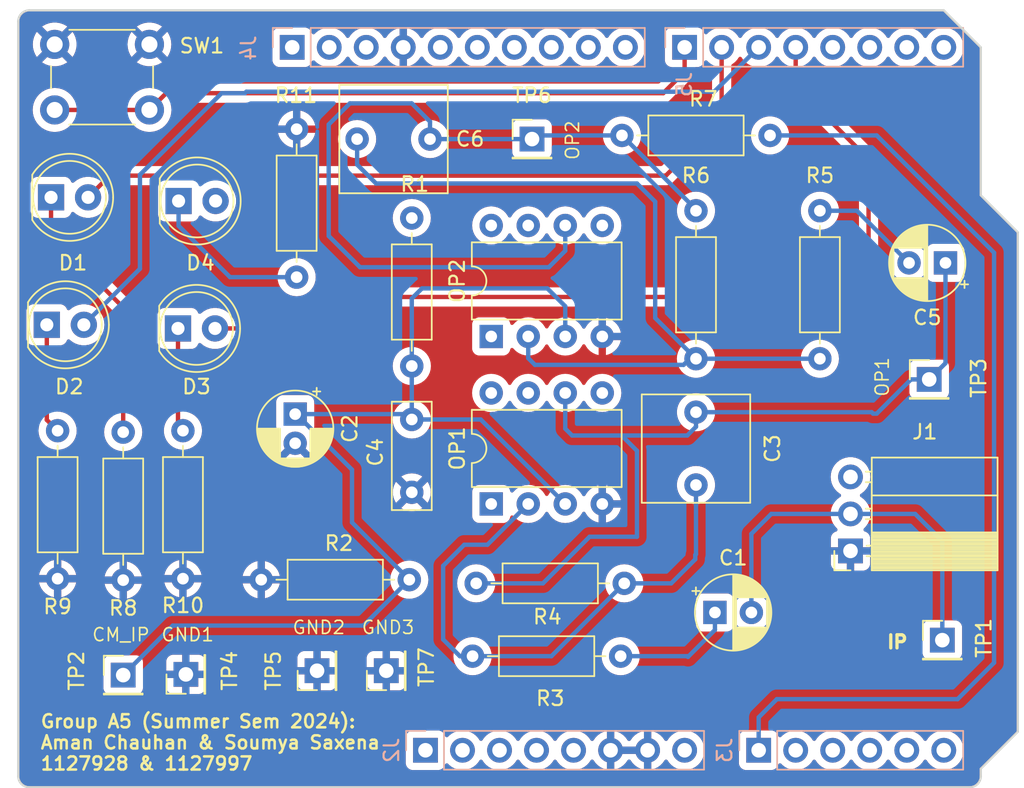
<source format=kicad_pcb>
(kicad_pcb (version 20240108) (generator "pcbnew") (generator_version "8.0")
  (title_block (title "Amplifier : 4th order Bandpass") (date "2024-05-09") (rev "V0.1") (company "Hochschule Darmstadt of Applied Sciences") (comment 1 "Author : Aman Chauhan & Soumya Saxena (Group A: A5)") (comment 2 "Matriculation Number: 1127928 & 1127997"))
  (layers (0 "F.Cu" signal) (1 "In1.Cu" power) (2 "In2.Cu" power) (31 "B.Cu" signal) (34 "B.Paste" user) (35 "F.Paste" user) (36 "B.SilkS" user "B.Silkscreen") (37 "F.SilkS" user "F.Silkscreen") (38 "B.Mask" user) (39 "F.Mask" user) (44 "Edge.Cuts" user))
  (net 0 "")
  (net 1 "VCC")
  (net 2 "Net-(C1-Pad1)")
  (net 3 "Net-(J1-Pin_2)")
  (net 4 "GND")
  (net 5 "Net-(OP1-+)")
  (net 6 "Net-(C3-Pad2)")
  (net 7 "Net-(OP1--)")
  (net 8 "Net-(C5-Pad2)")
  (net 9 "Net-(OP2--)")
  (net 10 "Net-(C6-Pad2)")
  (net 11 "Net-(D1-K)")
  (net 12 "LED_Red")
  (net 13 "Net-(D2-K)")
  (net 14 "LED_Orange")
  (net 15 "LED_Green")
  (net 16 "Net-(D3-K)")
  (net 17 "Net-(D4-K)")
  (net 28 "/Vout")
  (net 39 "Push_Button")
  (footprint "Resistor_THT:R_Axial_DIN0207_L6.3mm_D2.5mm_P10.16mm_Horizontal" (layer "F.Cu") (at 141.33 91 180)
    (property "Reference" "R3" (at 4.83 -2.9 0) (layer "F.SilkS"))
    (property "Value" "2.2k")
    (pad "1" thru_hole circle (at 0 0 180) (size 1.6 1.6) (drill 0.8) (layers "*.Cu" "*.Mask") (net 2 "Net-(C1-Pad1)"))
    (pad "2" thru_hole oval (at 10.16 0 180) (size 1.6 1.6) (drill 0.8) (layers "*.Cu" "*.Mask") (net 7 "Net-(OP1--)"))
  )
  (footprint "Connector_PinHeader_2.54mm:PinHeader_1x01_P2.54mm_Vertical" (layer "F.Cu") (at 107.2 92.3)
    (property "Reference" "TP2" (at -3.2 -0.3 -90) (layer "F.SilkS"))
    (property "Value" "Amp1_Input1")
    (pad "1" thru_hole rect (at 0 0) (size 1.7 1.7) (drill 1) (layers "*.Cu" "*.Mask") (net 5 "Net-(OP1-+)"))
  )
  (footprint "Resistor_THT:R_Axial_DIN0207_L6.3mm_D2.5mm_P10.16mm_Horizontal" (layer "F.Cu") (at 155 60.42 -90)
    (property "Reference" "R5" (at -2.42 0 180) (layer "F.SilkS"))
    (property "Value" "33.33k")
    (pad "1" thru_hole circle (at 0 0 270) (size 1.6 1.6) (drill 0.8) (layers "*.Cu" "*.Mask") (net 8 "Net-(C5-Pad2)"))
    (pad "2" thru_hole oval (at 10.16 0 270) (size 1.6 1.6) (drill 0.8) (layers "*.Cu" "*.Mask") (net 9 "Net-(OP2--)"))
  )
  (footprint "Connector_PinHeader_2.54mm:PinHeader_1x01_P2.54mm_Vertical" (layer "F.Cu") (at 135.25 55.5)
    (property "Reference" "TP6" (at 0 -3 0) (layer "F.SilkS"))
    (property "Value" "OP_2")
    (pad "1" thru_hole rect (at 0 0) (size 1.7 1.7) (drill 1) (layers "*.Cu" "*.Mask") (net 10 "Net-(C6-Pad2)"))
  )
  (footprint "Connector_PinHeader_2.54mm:PinHeader_1x01_P2.54mm_Vertical" (layer "F.Cu") (at 162.5 72)
    (property "Reference" "TP3" (at 3.4 -0.1 -90) (layer "F.SilkS"))
    (property "Value" "Amp1_Output")
    (pad "1" thru_hole rect (at 0 0) (size 1.7 1.7) (drill 1) (layers "*.Cu" "*.Mask") (net 6 "Net-(C3-Pad2)"))
  )
  (footprint "Resistor_THT:R_Axial_DIN0207_L6.3mm_D2.5mm_P10.16mm_Horizontal" (layer "F.Cu") (at 146.5 70.58 90)
    (property "Reference" "R6" (at 12.58 0 0) (layer "F.SilkS"))
    (property "Value" "100K")
    (pad "1" thru_hole circle (at 0 0 90) (size 1.6 1.6) (drill 0.8) (layers "*.Cu" "*.Mask") (net 9 "Net-(OP2--)"))
    (pad "2" thru_hole oval (at 10.16 0 90) (size 1.6 1.6) (drill 0.8) (layers "*.Cu" "*.Mask") (net 10 "Net-(C6-Pad2)"))
  )
  (footprint "LED_THT:LED_D5.0mm" (layer "F.Cu") (at 110.96 68.5)
    (property "Reference" "D3" (at 1.27 4 0) (layer "F.SilkS"))
    (property "Value" "Green_LED")
    (pad "1" thru_hole rect (at 0 0) (size 1.8 1.8) (drill 0.9) (layers "*.Cu" "*.Mask") (net 16 "Net-(D3-K)"))
    (pad "2" thru_hole circle (at 2.54 0) (size 1.8 1.8) (drill 0.9) (layers "*.Cu" "*.Mask") (net 15 "LED_Green"))
  )
  (footprint "Capacitor_THT:C_Rect_L7.2mm_W7.2mm_P5.00mm_FKS2_FKP2_MKS2_MKP2" (layer "F.Cu") (at 146.5 79.25 90)
    (property "Reference" "C3" (at 2.5 5.25 -90) (layer "F.SilkS"))
    (property "Value" "1.5n")
    (pad "1" thru_hole circle (at 0 0 90) (size 1.6 1.6) (drill 0.8) (layers "*.Cu" "*.Mask") (net 7 "Net-(OP1--)"))
    (pad "2" thru_hole circle (at 5 0 90) (size 1.6 1.6) (drill 0.8) (layers "*.Cu" "*.Mask") (net 6 "Net-(C3-Pad2)"))
  )
  (footprint "Capacitor_THT:CP_Radial_D5.0mm_P2.50mm" (layer "F.Cu") (at 147.8 88)
    (property "Reference" "C1" (at 1.25 -3.75 0) (layer "F.SilkS"))
    (property "Value" "4.7u")
    (pad "1" thru_hole rect (at 0 0) (size 1.6 1.6) (drill 0.8) (layers "*.Cu" "*.Mask") (net 2 "Net-(C1-Pad1)"))
    (pad "2" thru_hole circle (at 2.5 0) (size 1.6 1.6) (drill 0.8) (layers "*.Cu" "*.Mask") (net 3 "Net-(J1-Pin_2)"))
  )
  (footprint "Package_DIP:DIP-8_W7.62mm" (layer "F.Cu") (at 132.45 69.05 90)
    (property "Reference" "OP2" (at 3.81 -2.33 -90) (layer "F.SilkS"))
    (property "Value" "OPA340P")
    (pad "1" thru_hole rect (at 0 0 90) (size 1.6 1.6) (drill 0.8) (layers "*.Cu" "*.Mask"))
    (pad "2" thru_hole oval (at 0 2.54 90) (size 1.6 1.6) (drill 0.8) (layers "*.Cu" "*.Mask") (net 9 "Net-(OP2--)"))
    (pad "3" thru_hole oval (at 0 5.08 90) (size 1.6 1.6) (drill 0.8) (layers "*.Cu" "*.Mask") (net 5 "Net-(OP1-+)"))
    (pad "4" thru_hole oval (at 0 7.62 90) (size 1.6 1.6) (drill 0.8) (layers "*.Cu" "*.Mask") (net 4 "GND"))
    (pad "5" thru_hole oval (at 7.62 7.62 90) (size 1.6 1.6) (drill 0.8) (layers "*.Cu" "*.Mask"))
    (pad "6" thru_hole oval (at 7.62 5.08 90) (size 1.6 1.6) (drill 0.8) (layers "*.Cu" "*.Mask") (net 10 "Net-(C6-Pad2)"))
    (pad "7" thru_hole oval (at 7.62 2.54 90) (size 1.6 1.6) (drill 0.8) (layers "*.Cu" "*.Mask") (net 1 "VCC"))
    (pad "8" thru_hole oval (at 7.62 0 90) (size 1.6 1.6) (drill 0.8) (layers "*.Cu" "*.Mask"))
  )
  (footprint "Capacitor_THT:CP_Radial_D5.0mm_P2.50mm" (layer "F.Cu") (at 163.617677 64 180)
    (property "Reference" "C5" (at 1.25 -3.75 180) (layer "F.SilkS"))
    (property "Value" "4.7u")
    (pad "1" thru_hole rect (at 0 0 180) (size 1.6 1.6) (drill 0.8) (layers "*.Cu" "*.Mask") (net 6 "Net-(C3-Pad2)"))
    (pad "2" thru_hole circle (at 2.5 0 180) (size 1.6 1.6) (drill 0.8) (layers "*.Cu" "*.Mask") (net 8 "Net-(C5-Pad2)"))
  )
  (footprint "Package_DIP:DIP-8_W7.62mm" (layer "F.Cu") (at 132.45 80.55 90)
    (property "Reference" "OP1" (at 3.81 -2.33 -90) (layer "F.SilkS"))
    (property "Value" "OPA340P")
    (pad "1" thru_hole rect (at 0 0 90) (size 1.6 1.6) (drill 0.8) (layers "*.Cu" "*.Mask"))
    (pad "2" thru_hole oval (at 0 2.54 90) (size 1.6 1.6) (drill 0.8) (layers "*.Cu" "*.Mask") (net 7 "Net-(OP1--)"))
    (pad "3" thru_hole oval (at 0 5.08 90) (size 1.6 1.6) (drill 0.8) (layers "*.Cu" "*.Mask") (net 5 "Net-(OP1-+)"))
    (pad "4" thru_hole oval (at 0 7.62 90) (size 1.6 1.6) (drill 0.8) (layers "*.Cu" "*.Mask") (net 4 "GND"))
    (pad "5" thru_hole oval (at 7.62 7.62 90) (size 1.6 1.6) (drill 0.8) (layers "*.Cu" "*.Mask"))
    (pad "6" thru_hole oval (at 7.62 5.08 90) (size 1.6 1.6) (drill 0.8) (layers "*.Cu" "*.Mask") (net 6 "Net-(C3-Pad2)"))
    (pad "7" thru_hole oval (at 7.62 2.54 90) (size 1.6 1.6) (drill 0.8) (layers "*.Cu" "*.Mask") (net 1 "VCC"))
    (pad "8" thru_hole oval (at 7.62 0 90) (size 1.6 1.6) (drill 0.8) (layers "*.Cu" "*.Mask"))
  )
  (footprint "Resistor_THT:R_Axial_DIN0207_L6.3mm_D2.5mm_P10.16mm_Horizontal" (layer "F.Cu") (at 141.58 86 180)
    (property "Reference" "R4" (at 5.28 -2.3 0) (layer "F.SilkS"))
    (property "Value" "220K")
    (pad "1" thru_hole circle (at 0 0 180) (size 1.6 1.6) (drill 0.8) (layers "*.Cu" "*.Mask") (net 7 "Net-(OP1--)"))
    (pad "2" thru_hole oval (at 10.16 0 180) (size 1.6 1.6) (drill 0.8) (layers "*.Cu" "*.Mask") (net 6 "Net-(C3-Pad2)"))
  )
  (footprint "Capacitor_THT:C_Rect_L7.2mm_W2.5mm_P5.00mm_FKS2_FKP2_MKS2_MKP2" (layer "F.Cu") (at 127 74.75 -90)
    (property "Reference" "C4" (at 2.25 2.5 -90) (layer "F.SilkS"))
    (property "Value" "100n")
    (pad "1" thru_hole circle (at 0 0 270) (size 1.6 1.6) (drill 0.8) (layers "*.Cu" "*.Mask") (net 5 "Net-(OP1-+)"))
    (pad "2" thru_hole circle (at 5 0 270) (size 1.6 1.6) (drill 0.8) (layers "*.Cu" "*.Mask") (net 4 "GND"))
  )
  (footprint "Connector_PinHeader_2.54mm:PinHeader_1x01_P2.54mm_Vertical" (layer "F.Cu") (at 163.4 89.9)
    (property "Reference" "TP1" (at 2.85 -0.15 90) (layer "F.SilkS"))
    (property "Value" "Amp1_Input2")
    (pad "1" thru_hole rect (at 0 0) (size 1.7 1.7) (drill 1) (layers "*.Cu" "*.Mask") (net 3 "Net-(J1-Pin_2)"))
  )
  (footprint "Resistor_THT:R_Axial_DIN0207_L6.3mm_D2.5mm_P10.16mm_Horizontal" (layer "F.Cu") (at 119.1 64.98 90)
    (property "Reference" "R11" (at 12.48 -0.05 0) (layer "F.SilkS"))
    (property "Value" "1k")
    (pad "1" thru_hole circle (at 0 0 90) (size 1.6 1.6) (drill 0.8) (layers "*.Cu" "*.Mask") (net 17 "Net-(D4-K)"))
    (pad "2" thru_hole oval (at 10.16 0 90) (size 1.6 1.6) (drill 0.8) (layers "*.Cu" "*.Mask") (net 4 "GND"))
  )
  (footprint "LED_THT:LED_D5.0mm" (layer "F.Cu") (at 101.96 68.25)
    (property "Reference" "D2" (at 1.54 4.25 0) (layer "F.SilkS"))
    (property "Value" "Orange_LED")
    (pad "1" thru_hole rect (at 0 0) (size 1.8 1.8) (drill 0.9) (layers "*.Cu" "*.Mask") (net 13 "Net-(D2-K)"))
    (pad "2" thru_hole circle (at 2.54 0) (size 1.8 1.8) (drill 0.9) (layers "*.Cu" "*.Mask") (net 14 "LED_Orange"))
  )
  (footprint "Connector_PinHeader_2.54mm:PinHeader_1x01_P2.54mm_Vertical" (layer "F.Cu") (at 120.5 92 90)
    (property "Reference" "TP5" (at 0 -3 90) (layer "F.SilkS"))
    (property "Value" "Gnd_Testpoint2")
    (pad "1" thru_hole rect (at 0 0 90) (size 1.7 1.7) (drill 1) (layers "*.Cu" "*.Mask") (net 4 "GND"))
  )
  (footprint "Resistor_THT:R_Axial_DIN0207_L6.3mm_D2.5mm_P10.16mm_Horizontal" (layer "F.Cu") (at 126.83 85.75 180)
    (property "Reference" "R2" (at 4.83 2.5 180) (layer "F.SilkS"))
    (property "Value" "10k")
    (pad "1" thru_hole circle (at 0 0 180) (size 1.6 1.6) (drill 0.8) (layers "*.Cu" "*.Mask") (net 5 "Net-(OP1-+)"))
    (pad "2" thru_hole oval (at 10.16 0 180) (size 1.6 1.6) (drill 0.8) (layers "*.Cu" "*.Mask") (net 4 "GND"))
  )
  (footprint "Capacitor_THT:CP_Radial_D5.0mm_P2.00mm" (layer "F.Cu") (at 119 74.382323 -90)
    (property "Reference" "C2" (at 1 -3.75 90) (layer "F.SilkS"))
    (property "Value" "22u")
    (pad "1" thru_hole rect (at 0 0 270) (size 1.6 1.6) (drill 0.8) (layers "*.Cu" "*.Mask") (net 5 "Net-(OP1-+)"))
    (pad "2" thru_hole circle (at 2 0 270) (size 1.6 1.6) (drill 0.8) (layers "*.Cu" "*.Mask") (net 4 "GND"))
  )
  (footprint "Resistor_THT:R_Axial_DIN0207_L6.3mm_D2.5mm_P10.16mm_Horizontal" (layer "F.Cu") (at 102.7 75.52 -90)
    (property "Reference" "R9" (at 12.08 0 180) (layer "F.SilkS"))
    (property "Value" "1k")
    (pad "1" thru_hole circle (at 0 0 270) (size 1.6 1.6) (drill 0.8) (layers "*.Cu" "*.Mask") (net 13 "Net-(D2-K)"))
    (pad "2" thru_hole oval (at 10.16 0 270) (size 1.6 1.6) (drill 0.8) (layers "*.Cu" "*.Mask") (net 4 "GND"))
  )
  (footprint "Connector_PinHeader_2.54mm:PinHeader_1x01_P2.54mm_Vertical" (layer "F.Cu") (at 125.25 92 90)
    (property "Reference" "TP7" (at 0.25 2.75 90) (layer "F.SilkS"))
    (property "Value" "Gnd_Testpoint3")
    (pad "1" thru_hole rect (at 0 0 90) (size 1.7 1.7) (drill 1) (layers "*.Cu" "*.Mask") (net 4 "GND"))
  )
  (footprint "LED_THT:LED_D5.0mm" (layer "F.Cu") (at 111 59.75)
    (property "Reference" "D4" (at 1.5 4.25 0) (layer "F.SilkS"))
    (property "Value" "Power_Red_LED")
    (pad "1" thru_hole rect (at 0 0) (size 1.8 1.8) (drill 0.9) (layers "*.Cu" "*.Mask") (net 17 "Net-(D4-K)"))
    (pad "2" thru_hole circle (at 2.54 0) (size 1.8 1.8) (drill 0.9) (layers "*.Cu" "*.Mask") (net 1 "VCC"))
  )
  (footprint "Button_Switch_THT:SW_PUSH_6mm" (layer "F.Cu") (at 109 53.5 180)
    (property "Reference" "SW1" (at -3.6 4.4 0) (layer "F.SilkS"))
    (property "Value" "SW_Push")
    (pad "1" thru_hole circle (at 0 0 270) (size 2 2) (drill 1.1) (layers "*.Cu" "*.Mask") (net 39 "Push_Button"))
    (pad "1" thru_hole circle (at 6.5 0 270) (size 2 2) (drill 1.1) (layers "*.Cu" "*.Mask") (net 39 "Push_Button"))
    (pad "2" thru_hole circle (at 0 4.5 270) (size 2 2) (drill 1.1) (layers "*.Cu" "*.Mask") (net 4 "GND"))
    (pad "2" thru_hole circle (at 6.5 4.5 270) (size 2 2) (drill 1.1) (layers "*.Cu" "*.Mask") (net 4 "GND"))
  )
  (footprint "LED_THT:LED_D5.0mm" (layer "F.Cu") (at 102.25 59.5)
    (property "Reference" "D1" (at 1.5 4.5 0) (layer "F.SilkS"))
    (property "Value" "Red_LED")
    (pad "1" thru_hole rect (at 0 0) (size 1.8 1.8) (drill 0.9) (layers "*.Cu" "*.Mask") (net 11 "Net-(D1-K)"))
    (pad "2" thru_hole circle (at 2.54 0) (size 1.8 1.8) (drill 0.9) (layers "*.Cu" "*.Mask") (net 12 "LED_Red"))
  )
  (footprint "Resistor_THT:R_Axial_DIN0207_L6.3mm_D2.5mm_P10.16mm_Horizontal" (layer "F.Cu") (at 111.3 75.52 -90)
    (property "Reference" "R10" (at 12 0 180) (layer "F.SilkS"))
    (property "Value" "1k")
    (pad "1" thru_hole circle (at 0 0 270) (size 1.6 1.6) (drill 0.8) (layers "*.Cu" "*.Mask") (net 16 "Net-(D3-K)"))
    (pad "2" thru_hole oval (at 10.16 0 270) (size 1.6 1.6) (drill 0.8) (layers "*.Cu" "*.Mask") (net 4 "GND"))
  )
  (footprint "Resistor_THT:R_Axial_DIN0207_L6.3mm_D2.5mm_P10.16mm_Horizontal" (layer "F.Cu") (at 107.2 75.62 -90)
    (property "Reference" "R8" (at 12.08 0 180) (layer "F.SilkS"))
    (property "Value" "1k")
    (pad "1" thru_hole circle (at 0 0 270) (size 1.6 1.6) (drill 0.8) (layers "*.Cu" "*.Mask") (net 11 "Net-(D1-K)"))
    (pad "2" thru_hole oval (at 10.16 0 270) (size 1.6 1.6) (drill 0.8) (layers "*.Cu" "*.Mask") (net 4 "GND"))
  )
  (footprint "Resistor_THT:R_Axial_DIN0207_L6.3mm_D2.5mm_P10.16mm_Horizontal" (layer "F.Cu") (at 127 60.92 -90)
    (property "Reference" "R1" (at -2.32 -0.2 180) (layer "F.SilkS"))
    (property "Value" "10k")
    (pad "1" thru_hole circle (at 0 0 270) (size 1.6 1.6) (drill 0.8) (layers "*.Cu" "*.Mask") (net 1 "VCC"))
    (pad "2" thru_hole oval (at 10.16 0 270) (size 1.6 1.6) (drill 0.8) (layers "*.Cu" "*.Mask") (net 5 "Net-(OP1-+)"))
  )
  (footprint "Resistor_THT:R_Axial_DIN0207_L6.3mm_D2.5mm_P10.16mm_Horizontal" (layer "F.Cu") (at 141.42 55.25)
    (property "Reference" "R7" (at 5.58 -2.5 0) (layer "F.SilkS"))
    (property "Value" "100")
    (pad "1" thru_hole circle (at 0 0) (size 1.6 1.6) (drill 0.8) (layers "*.Cu" "*.Mask") (net 10 "Net-(C6-Pad2)"))
    (pad "2" thru_hole oval (at 10.16 0) (size 1.6 1.6) (drill 0.8) (layers "*.Cu" "*.Mask") (net 28 "/Vout"))
  )
  (footprint "Capacitor_THT:C_Rect_L7.2mm_W7.2mm_P5.00mm_FKS2_FKP2_MKS2_MKP2" (layer "F.Cu") (at 123.25 55.5)
    (property "Reference" "C6" (at 7.75 0 0) (layer "F.SilkS"))
    (property "Value" "3.3n")
    (pad "1" thru_hole circle (at 0 0) (size 1.6 1.6) (drill 0.8) (layers "*.Cu" "*.Mask") (net 9 "Net-(OP2--)"))
    (pad "2" thru_hole circle (at 5 0) (size 1.6 1.6) (drill 0.8) (layers "*.Cu" "*.Mask") (net 10 "Net-(C6-Pad2)"))
  )
  (footprint "Connector_PinSocket_2.54mm:PinSocket_1x03_P2.54mm_Horizontal" (layer "F.Cu") (at 157.1 83.775 180)
    (property "Reference" "J1" (at -5.1 8.175 180) (layer "F.SilkS"))
    (property "Value" "Conn_01x03_Socket")
    (pad "1" thru_hole rect (at 0 0 180) (size 1.7 1.7) (drill 1) (layers "*.Cu" "*.Mask") (net 4 "GND"))
    (pad "2" thru_hole oval (at 0 2.54 180) (size 1.7 1.7) (drill 1) (layers "*.Cu" "*.Mask") (net 3 "Net-(J1-Pin_2)"))
    (pad "3" thru_hole oval (at 0 5.08 180) (size 1.7 1.7) (drill 1) (layers "*.Cu" "*.Mask") (net 1 "VCC"))
  )
  (footprint "Connector_PinHeader_2.54mm:PinHeader_1x01_P2.54mm_Vertical" (layer "F.Cu") (at 111.5 92.25 90)
    (property "Reference" "TP4" (at 0.25 3 90) (layer "F.SilkS"))
    (property "Value" "Gnd_Testpoint1")
    (pad "1" thru_hole rect (at 0 0 90) (size 1.7 1.7) (drill 1) (layers "*.Cu" "*.Mask") (net 4 "GND"))
  )
  (footprint "Connector_PinHeader_2.54mm:PinHeader_1x08_P2.54mm_Vertical" (layer "B.Cu") (at 127.94 97.46 -90)
    (property "Reference" "J2" (at 0 2.33 90) (layer "B.SilkS") (effects (justify mirror)))
    (property "Value" "Power" (hide yes))
    (pad "1" thru_hole rect (at 0 0 270) (size 1.7 1.7) (drill 1) (layers "*.Cu" "*.Mask"))
    (pad "2" thru_hole oval (at 0 -2.54 270) (size 1.7 1.7) (drill 1) (layers "*.Cu" "*.Mask"))
    (pad "3" thru_hole oval (at 0 -5.08 270) (size 1.7 1.7) (drill 1) (layers "*.Cu" "*.Mask"))
    (pad "4" thru_hole oval (at 0 -7.62 270) (size 1.7 1.7) (drill 1) (layers "*.Cu" "*.Mask"))
    (pad "5" thru_hole oval (at 0 -10.16 270) (size 1.7 1.7) (drill 1) (layers "*.Cu" "*.Mask") (net 1 "VCC"))
    (pad "6" thru_hole oval (at 0 -12.7 270) (size 1.7 1.7) (drill 1) (layers "*.Cu" "*.Mask") (net 4 "GND"))
    (pad "7" thru_hole oval (at 0 -15.24 270) (size 1.7 1.7) (drill 1) (layers "*.Cu" "*.Mask") (net 4 "GND"))
    (pad "8" thru_hole oval (at 0 -17.78 270) (size 1.7 1.7) (drill 1) (layers "*.Cu" "*.Mask"))
  )
  (footprint "Connector_PinHeader_2.54mm:PinHeader_1x06_P2.54mm_Vertical" (layer "B.Cu") (at 150.8 97.46 -90)
    (property "Reference" "J3" (at 0 2.33 90) (layer "B.SilkS") (effects (justify mirror)))
    (property "Value" "Analog" (hide yes))
    (pad "1" thru_hole rect (at 0 0 270) (size 1.7 1.7) (drill 1) (layers "*.Cu" "*.Mask") (net 28 "/Vout"))
    (pad "2" thru_hole oval (at 0 -2.54 270) (size 1.7 1.7) (drill 1) (layers "*.Cu" "*.Mask"))
    (pad "3" thru_hole oval (at 0 -5.08 270) (size 1.7 1.7) (drill 1) (layers "*.Cu" "*.Mask"))
    (pad "4" thru_hole oval (at 0 -7.62 270) (size 1.7 1.7) (drill 1) (layers "*.Cu" "*.Mask"))
    (pad "5" thru_hole oval (at 0 -10.16 270) (size 1.7 1.7) (drill 1) (layers "*.Cu" "*.Mask"))
    (pad "6" thru_hole oval (at 0 -12.7 270) (size 1.7 1.7) (drill 1) (layers "*.Cu" "*.Mask"))
  )
  (footprint "Connector_PinHeader_2.54mm:PinHeader_1x10_P2.54mm_Vertical" (layer "B.Cu") (at 118.796 49.2 -90)
    (property "Reference" "J4" (at 0.05 2.996 90) (layer "B.SilkS") (effects (justify mirror)))
    (property "Value" "Digital/PWM" (hide yes))
    (pad "1" thru_hole rect (at 0 0 270) (size 1.7 1.7) (drill 1) (layers "*.Cu" "*.Mask"))
    (pad "2" thru_hole oval (at 0 -2.54 270) (size 1.7 1.7) (drill 1) (layers "*.Cu" "*.Mask"))
    (pad "3" thru_hole oval (at 0 -5.08 270) (size 1.7 1.7) (drill 1) (layers "*.Cu" "*.Mask"))
    (pad "4" thru_hole oval (at 0 -7.62 270) (size 1.7 1.7) (drill 1) (layers "*.Cu" "*.Mask") (net 4 "GND"))
    (pad "5" thru_hole oval (at 0 -10.16 270) (size 1.7 1.7) (drill 1) (layers "*.Cu" "*.Mask"))
    (pad "6" thru_hole oval (at 0 -12.7 270) (size 1.7 1.7) (drill 1) (layers "*.Cu" "*.Mask"))
    (pad "7" thru_hole oval (at 0 -15.24 270) (size 1.7 1.7) (drill 1) (layers "*.Cu" "*.Mask"))
    (pad "8" thru_hole oval (at 0 -17.78 270) (size 1.7 1.7) (drill 1) (layers "*.Cu" "*.Mask"))
    (pad "9" thru_hole oval (at 0 -20.32 270) (size 1.7 1.7) (drill 1) (layers "*.Cu" "*.Mask"))
    (pad "10" thru_hole oval (at 0 -22.86 270) (size 1.7 1.7) (drill 1) (layers "*.Cu" "*.Mask"))
  )
  (footprint "Connector_PinHeader_2.54mm:PinHeader_1x08_P2.54mm_Vertical" (layer "B.Cu") (at 145.72 49.2 -90)
    (property "Reference" "J5" (at 2.55 0.02 90) (layer "B.SilkS") (effects (justify mirror)))
    (property "Value" "Digital/PWM" (hide yes))
    (pad "1" thru_hole rect (at 0 0 270) (size 1.7 1.7) (drill 1) (layers "*.Cu" "*.Mask") (net 39 "Push_Button"))
    (pad "2" thru_hole oval (at 0 -2.54 270) (size 1.7 1.7) (drill 1) (layers "*.Cu" "*.Mask") (net 12 "LED_Red"))
    (pad "3" thru_hole oval (at 0 -5.08 270) (size 1.7 1.7) (drill 1) (layers "*.Cu" "*.Mask") (net 14 "LED_Orange"))
    (pad "4" thru_hole oval (at 0 -7.62 270) (size 1.7 1.7) (drill 1) (layers "*.Cu" "*.Mask") (net 15 "LED_Green"))
    (pad "5" thru_hole oval (at 0 -10.16 270) (size 1.7 1.7) (drill 1) (layers "*.Cu" "*.Mask"))
    (pad "6" thru_hole oval (at 0 -12.7 270) (size 1.7 1.7) (drill 1) (layers "*.Cu" "*.Mask"))
    (pad "7" thru_hole oval (at 0 -15.24 270) (size 1.7 1.7) (drill 1) (layers "*.Cu" "*.Mask"))
    (pad "8" thru_hole oval (at 0 -17.78 270) (size 1.7 1.7) (drill 1) (layers "*.Cu" "*.Mask"))
  )
  (gr_line (start 166.04 59.36) (end 168.58 61.9) (stroke (width 0.15)) (layer "Edge.Cuts"))
  (gr_line (start 100 99.238) (end 100 47.422) (stroke (width 0.15)) (layer "Edge.Cuts"))
  (gr_line (start 168.58 61.9) (end 168.58 96.19) (stroke (width 0.15)) (layer "Edge.Cuts"))
  (gr_line (start 165.278 100) (end 100.762 100) (stroke (width 0.15)) (layer "Edge.Cuts"))
  (gr_line (start 100.762 46.66) (end 163.5 46.66) (stroke (width 0.15)) (layer "Edge.Cuts"))
  (gr_arc (start 100.762 100) (mid 100.223185 99.776815) (end 100 99.238) (stroke (width 0.15)) (layer "Edge.Cuts"))
  (gr_line (start 168.58 96.19) (end 166.04 98.73) (stroke (width 0.15)) (layer "Edge.Cuts"))
  (gr_line (start 163.5 46.66) (end 166.04 49.2) (stroke (width 0.15)) (layer "Edge.Cuts"))
  (gr_arc (start 166.04 99.238) (mid 165.816815 99.776815) (end 165.278 100) (stroke (width 0.15)) (layer "Edge.Cuts"))
  (gr_line (start 166.04 49.2) (end 166.04 59.36) (stroke (width 0.15)) (layer "Edge.Cuts"))
  (gr_line (start 166.04 98.73) (end 166.04 99.238) (stroke (width 0.15)) (layer "Edge.Cuts"))
  (gr_arc (start 100 47.422) (mid 100.223185 46.883185) (end 100.762 46.66) (stroke (width 0.15)) (layer "Edge.Cuts"))
  (gr_text "GND2" (at 118.75 88.5 0) (layer "F.SilkS") (effects (font (size 0.9 0.9) (thickness 0.1125)) (justify left top)))
  (gr_text "GND1" (at 109.75 89 0) (layer "F.SilkS") (effects (font (size 0.9 0.9) (thickness 0.1125)) (justify left top)))
  (gr_text "OP1" (at 158.75 73.25 90) (layer "F.SilkS") (effects (font (size 0.9 0.9) (thickness 0.1125)) (justify left top)))
  (gr_text "GND3" (at 123.5 88.5 0) (layer "F.SilkS") (effects (font (size 0.9 0.9) (thickness 0.1125)) (justify left top)))
  (gr_text "CM_IP" (at 105 89 0) (layer "F.SilkS") (effects (font (size 0.9 0.9) (thickness 0.1125)) (justify left top)))
  (gr_text "IP" (at 159.5 89.5 0) (layer "F.SilkS") (effects (font (size 0.9 0.9) (thickness 0.225) (bold yes)) (justify left top)))
  (gr_text "OP2" (at 137.5 57 90) (layer "F.SilkS") (effects (font (size 0.9 0.9) (thickness 0.1125)) (justify left top)))
  (gr_text "Group A5 (Summer Sem 2024):\nAman Chauhan & Soumya Saxena \n1127928 & 1127997" (at 101.45 94.95 0) (layer "F.SilkS") (effects (font (size 0.9 0.9) (thickness 0.175) (bold yes)) (justify left top)))
  (segment (start 147.8 89.2) (end 145.95 91.05) (width 0.3) (layer "B.Cu") (net 2))
  (segment (start 145.95 91.05) (end 145.9 91) (width 0.3) (layer "B.Cu") (net 2))
  (segment (start 147.8 88) (end 147.8 89.2) (width 0.3) (layer "B.Cu") (net 2))
  (segment (start 145.9 91) (end 141.33 91) (width 0.3) (layer "B.Cu") (net 2))
  (segment (start 161.535 81.235) (end 163.4 83.1) (width 0.3) (layer "B.Cu") (net 3))
  (segment (start 157.1 81.235) (end 151.665 81.235) (width 0.3) (layer "B.Cu") (net 3))
  (segment (start 157.1 81.235) (end 161.535 81.235) (width 0.3) (layer "B.Cu") (net 3))
  (segment (start 150.3 82.6) (end 150.3 88) (width 0.3) (layer "B.Cu") (net 3))
  (segment (start 151.665 81.235) (end 150.3 82.6) (width 0.3) (layer "B.Cu") (net 3))
  (segment (start 163.4 83.1) (end 163.4 89.9) (width 0.3) (layer "B.Cu") (net 3))
  (segment (start 107.1 85.68) (end 107.2 85.78) (width 0.3) (layer "F.Cu") (net 4))
  (segment (start 111.2 85.78) (end 111.3 85.68) (width 0.3) (layer "F.Cu") (net 4))
  (segment (start 127.7 65.75) (end 127 66.45) (width 0.3) (layer "B.Cu") (net 5))
  (segment (start 122.9 78.2) (end 119.082323 74.382323) (width 0.3) (layer "B.Cu") (net 5))
  (segment (start 122.9 81.82) (end 122.9 78.2) (width 0.3) (layer "B.Cu") (net 5))
  (segment (start 119.082323 74.382323) (end 119 74.382323) (width 0.3) (layer "B.Cu") (net 5))
  (segment (start 110.6 88.9) (end 107.2 92.3) (width 0.3) (layer "B.Cu") (net 5))
  (segment (start 136.3 65.75) (end 127.7 65.75) (width 0.3) (layer "B.Cu") (net 5))
  (segment (start 127 66.45) (end 127 71.08) (width 0.3) (layer "B.Cu") (net 5))
  (segment (start 126.632323 74.382323) (end 127 74.75) (width 0.3) (layer "B.Cu") (net 5))
  (segment (start 137.53 66.98) (end 136.3 65.75) (width 0.3) (layer "B.Cu") (net 5))
  (segment (start 127 74.75) (end 131.73 74.75) (width 0.3) (layer "B.Cu") (net 5))
  (segment (start 126.83 85.75) (end 122.9 81.82) (width 0.3) (layer "B.Cu") (net 5))
  (segment (start 131.73 74.75) (end 137.53 80.55) (width 0.3) (layer "B.Cu") (net 5))
  (segment (start 126.83 85.75) (end 123.68 88.9) (width 0.3) (layer "B.Cu") (net 5))
  (segment (start 123.68 88.9) (end 110.6 88.9) (width 0.3) (layer "B.Cu") (net 5))
  (segment (start 119 74.382323) (end 126.632323 74.382323) (width 0.3) (layer "B.Cu") (net 5))
  (segment (start 127 71.08) (end 127 74.75) (width 0.3) (layer "B.Cu") (net 5))
  (segment (start 137.53 69.05) (end 137.53 66.98) (width 0.3) (layer "B.Cu") (net 5))
  (segment (start 158.55 74.25) (end 146.5 74.25) (width 0.3) (layer "B.Cu") (net 6))
  (segment (start 158.65 74.35) (end 158.55 74.25) (width 0.3) (layer "B.Cu") (net 6))
  (segment (start 163.617677 64) (end 163.617677 70.882323) (width 0.3) (layer "B.Cu") (net 6))
  (segment (start 141.4 75.85) (end 138 75.85) (width 0.3) (layer "B.Cu") (net 6))
  (segment (start 142.45 82.8) (end 142.45 76.9) (width 0.3) (layer "B.Cu") (net 6))
  (segment (start 137.53 75.38) (end 137.53 72.93) (width 0.3) (layer "B.Cu") (net 6))
  (segment (start 139.2 82.8) (end 142.45 82.8) (width 0.3) (layer "B.Cu") (net 6))
  (segment (start 142.45 76.9) (end 141.4 75.85) (width 0.3) (layer "B.Cu") (net 6))
  (segment (start 146.5 74.25) (end 146.5 75.25) (width 0.3) (layer "B.Cu") (net 6))
  (segment (start 131.42 86) (end 136 86) (width 0.3) (layer "B.Cu") (net 6))
  (segment (start 136 86) (end 139.2 82.8) (width 0.3) (layer "B.Cu") (net 6))
  (segment (start 158.9 74.35) (end 158.65 74.35) (width 0.3) (layer "B.Cu") (net 6))
  (segment (start 161.25 72) (end 158.9 74.35) (width 0.3) (layer "B.Cu") (net 6))
  (segment (start 138 75.85) (end 137.53 75.38) (width 0.3) (layer "B.Cu") (net 6))
  (segment (start 162.5 72) (end 161.25 72) (width 0.3) (layer "B.Cu") (net 6))
  (segment (start 163.617677 70.882323) (end 162.5 72) (width 0.3) (layer "B.Cu") (net 6))
  (segment (start 146.5 75.25) (end 145.9 75.85) (width 0.3) (layer "B.Cu") (net 6))
  (segment (start 145.9 75.85) (end 141.4 75.85) (width 0.3) (layer "B.Cu") (net 6))
  (segment (start 129.15 84.8) (end 129.15 89.85) (width 0.3) (layer "B.Cu") (net 7))
  (segment (start 129.15 89.85) (end 130.3 91) (width 0.3) (layer "B.Cu") (net 7))
  (segment (start 130.6 83.35) (end 129.15 84.8) (width 0.3) (layer "B.Cu") (net 7))
  (segment (start 136.58 91) (end 141.58 86) (width 0.3) (layer "B.Cu") (net 7))
  (segment (start 132.19 83.35) (end 130.6 83.35) (width 0.3) (layer "B.Cu") (net 7))
  (segment (start 146.45 84.35) (end 146.45 84.05) (width 0.3) (layer "B.Cu") (net 7))
  (segment (start 131.17 91) (end 136.58 91) (width 0.3) (layer "B.Cu") (net 7))
  (segment (start 141.58 86) (end 144.8 86) (width 0.3) (layer "B.Cu") (net 7))
  (segment (start 146.45 84.05) (end 146.5 84) (width 0.3) (layer "B.Cu") (net 7))
  (segment (start 144.8 86) (end 146.45 84.35) (width 0.3) (layer "B.Cu") (net 7))
  (segment (start 130.3 91) (end 131.17 91) (width 0.3) (layer "B.Cu") (net 7))
  (segment (start 134.99 80.55) (end 132.19 83.35) (width 0.3) (layer "B.Cu") (net 7))
  (segment (start 146.5 84) (end 146.5 79.25) (width 0.3) (layer "B.Cu") (net 7))
  (segment (start 155 60.42) (end 157.537677 60.42) (width 0.3) (layer "B.Cu") (net 8))
  (segment (start 157.537677 60.42) (end 161.117677 64) (width 0.3) (layer "B.Cu") (net 8))
  (segment (start 123.25 55.5) (end 123.25 57.25) (width 0.3) (layer "B.Cu") (net 9))
  (segment (start 146.07 70.58) (end 145.65 71) (width 0.3) (layer "B.Cu") (net 9))
  (segment (start 145.65 71) (end 135.45 71) (width 0.3) (layer "B.Cu") (net 9))
  (segment (start 143.7 67.78) (end 146.5 70.58) (width 0.3) (layer "B.Cu") (net 9))
  (segment (start 146.5 70.58) (end 155 70.58) (width 0.3) (layer "B.Cu") (net 9))
  (segment (start 135.45 71) (end 134.99 70.54) (width 0.3) (layer "B.Cu") (net 9))
  (segment (start 134.99 70.54) (end 134.99 69.05) (width 0.3) (layer "B.Cu") (net 9))
  (segment (start 124.55 58.55) (end 142.45 58.55) (width 0.3) (layer "B.Cu") (net 9))
  (segment (start 142.45 58.55) (end 143.7 59.8) (width 0.3) (layer "B.Cu") (net 9))
  (segment (start 123.25 57.25) (end 124.55 58.55) (width 0.3) (layer "B.Cu") (net 9))
  (segment (start 143.7 59.8) (end 143.7 67.78) (width 0.3) (layer "B.Cu") (net 9))
  (segment (start 146.5 70.58) (end 146.07 70.58) (width 0.3) (layer "B.Cu") (net 9))
  (segment (start 128.25 54.3) (end 128.25 55.5) (width 0.3) (layer "B.Cu") (net 10))
  (segment (start 122.75 53.05) (end 127 53.05) (width 0.3) (layer "B.Cu") (net 10))
  (segment (start 141.42 55.25) (end 135.5 55.25) (width 0.3) (layer "B.Cu") (net 10))
  (segment (start 137.53 61.43) (end 137.53 63.17) (width 0.3) (layer "B.Cu") (net 10))
  (segment (start 135.5 55.25) (end 135.25 55.5) (width 0.3) (layer "B.Cu") (net 10))
  (segment (start 123.45 64.3) (end 121.3 62.15) (width 0.3) (layer "B.Cu") (net 10))
  (segment (start 127 53.05) (end 128.25 54.3) (width 0.3) (layer "B.Cu") (net 10))
  (segment (start 141.42 55.25) (end 146.5 60.33) (width 0.3) (layer "B.Cu") (net 10))
  (segment (start 135.25 55.5) (end 128.25 55.5) (width 0.3) (layer "B.Cu") (net 10))
  (segment (start 121.3 54.5) (end 122.75 53.05) (width 0.3) (layer "B.Cu") (net 10))
  (segment (start 136.4 64.3) (end 123.45 64.3) (width 0.3) (layer "B.Cu") (net 10))
  (segment (start 146.5 60.33) (end 146.5 60.42) (width 0.3) (layer "B.Cu") (net 10))
  (segment (start 121.3 62.15) (end 121.3 54.5) (width 0.3) (layer "B.Cu") (net 10))
  (segment (start 137.53 63.17) (end 136.4 64.3) (width 0.3) (layer "B.Cu") (net 10))
  (segment (start 102.25 62.11) (end 107.2 67.06) (width 0.3) (layer "F.Cu") (net 11))
  (segment (start 102.25 59.5) (end 102.25 62.11) (width 0.3) (layer "F.Cu") (net 11))
  (segment (start 107.2 67.06) (end 107.2 75.62) (width 0.3) (layer "F.Cu") (net 11))
  (segment (start 104.79 59.5) (end 106.28 58.01) (width 0.3) (layer "F.Cu") (net 12))
  (segment (start 106.28 58.01) (end 144.43 58.01) (width 0.3) (layer "F.Cu") (net 12))
  (segment (start 148.26 54.18) (end 148.26 49.2) (width 0.3) (layer "F.Cu") (net 12))
  (segment (start 144.43 58.01) (end 148.26 54.18) (width 0.3) (layer "F.Cu") (net 12))
  (segment (start 101.96 68.25) (end 101.96 74.78) (width 0.3) (layer "F.Cu") (net 13))
  (segment (start 101.96 74.78) (end 102.7 75.52) (width 0.3) (layer "F.Cu") (net 13))
  (segment (start 108.35 64.4) (end 104.5 68.25) (width 0.3) (layer "B.Cu") (net 14))
  (segment (start 115.65 52.25) (end 115.55 52.35) (width 0.3) (layer "B.Cu") (net 14))
  (segment (start 113.95 52.35) (end 108.35 57.95) (width 0.3) (layer "B.Cu") (net 14))
  (segment (start 108.35 57.95) (end 108.35 64.4) (width 0.3) (layer "B.Cu") (net 14))
  (segment (start 147.75 52.25) (end 115.65 52.25) (width 0.3) (layer "B.Cu") (net 14))
  (segment (start 150.8 49.2) (end 147.75 52.25) (width 0.3) (layer "B.Cu") (net 14))
  (segment (start 115.55 52.35) (end 113.95 52.35) (width 0.3) (layer "B.Cu") (net 14))
  (segment (start 158.34 56.88) (end 158.34 65.51) (width 0.3) (layer "F.Cu") (net 15))
  (segment (start 158.34 65.51) (end 157.51 66.34) (width 0.3) (layer "F.Cu") (net 15))
  (segment (start 123 66.34) (end 120.84 68.5) (width 0.3) (layer "F.Cu") (net 15))
  (segment (start 153.34 51.88) (end 158.34 56.88) (width 0.3) (layer "F.Cu") (net 15))
  (segment (start 120.84 68.5) (end 113.5 68.5) (width 0.3) (layer "F.Cu") (net 15))
  (segment (start 153.34 49.2) (end 153.34 51.88) (width 0.3) (layer "F.Cu") (net 15))
  (segment (start 157.51 66.34) (end 123 66.34) (width 0.3) (layer "F.Cu") (net 15))
  (segment (start 110.96 75.18) (end 111.3 75.52) (width 0.3) (layer "F.Cu") (net 16))
  (segment (start 110.96 68.5) (end 110.96 75.18) (width 0.3) (layer "F.Cu") (net 16))
  (segment (start 114.53 64.98) (end 119.1 64.98) (width 0.3) (layer "B.Cu") (net 17))
  (segment (start 111 59.75) (end 111 61.45) (width 0.3) (layer "B.Cu") (net 17))
  (segment (start 111 61.45) (end 114.53 64.98) (width 0.3) (layer "B.Cu") (net 17))
  (segment (start 152.05 93.95) (end 150.8 95.2) (width 0.3) (layer "B.Cu") (net 28))
  (segment (start 166.95 63.3) (end 166.95 91.45) (width 0.3) (layer "B.Cu") (net 28))
  (segment (start 158.9 55.25) (end 166.95 63.3) (width 0.3) (layer "B.Cu") (net 28))
  (segment (start 150.8 95.2) (end 150.8 97.46) (width 0.3) (layer "B.Cu") (net 28))
  (segment (start 151.58 55.25) (end 158.9 55.25) (width 0.3) (layer "B.Cu") (net 28))
  (segment (start 166.95 91.45) (end 164.45 93.95) (width 0.3) (layer "B.Cu") (net 28))
  (segment (start 164.45 93.95) (end 152.05 93.95) (width 0.3) (layer "B.Cu") (net 28))
  (segment (start 145.72 49.2) (end 145.72 50.88) (width 0.3) (layer "F.Cu") (net 39))
  (segment (start 145.72 50.88) (end 144.25 52.35) (width 0.3) (layer "F.Cu") (net 39))
  (segment (start 102.5 53.5) (end 109 53.5) (width 0.3) (layer "F.Cu") (net 39))
  (segment (start 110.15 52.35) (end 109 53.5) (width 0.3) (layer "F.Cu") (net 39))
  (segment (start 144.25 52.35) (end 110.15 52.35) (width 0.3) (layer "F.Cu") (net 39))
  (zone (net 4) (net_name "GND") (layer "F.Cu") (priority 2) (connect_pads (clearance 0.508)) (min_thickness 0.25) (fill yes (thermal_gap 0.5) (thermal_bridge_width 0.5))
    (polygon (pts (xy 163.5 46.65) (xy 166.05 49.2) (xy 166.05 59.35) (xy 168.6 61.9) (xy 168.6 96.15) (xy 166.05 98.75) (xy 166.05 99.3) (xy 166 99.5) (xy 165.95 99.65) (xy 165.8 99.8) (xy 165.6 99.95) (xy 165.4 100) (xy 100.6 100) (xy 100.35 99.9) (xy 100.15 99.7) (xy 100 99.45) (xy 100 47.35) (xy 100.05 47.15) (xy 100.1 47) (xy 100.3 46.8) (xy 100.65 46.65)))
  )
  (zone (net 4) (net_name "GND") (layer "B.Cu") (priority 3) (connect_pads (clearance 0.508)) (min_thickness 0.25) (fill yes (thermal_gap 0.5) (thermal_bridge_width 0.5))
    (polygon (pts (xy 163.5 46.65) (xy 166.05 49.2) (xy 166.05 59.3) (xy 168.6 61.9) (xy 168.6 96.15) (xy 166.05 98.75) (xy 166.05 99.25) (xy 166 99.5) (xy 165.9 99.7) (xy 165.75 99.8) (xy 165.65 99.9) (xy 165.25 100) (xy 100.65 100) (xy 100.4 99.9) (xy 100.15 99.7) (xy 100.05 99.5) (xy 100 99.35) (xy 100 47.4) (xy 100.05 47.2) (xy 100.2 46.95) (xy 100.45 46.7) (xy 100.65 46.65)))
  )
)
</source>
